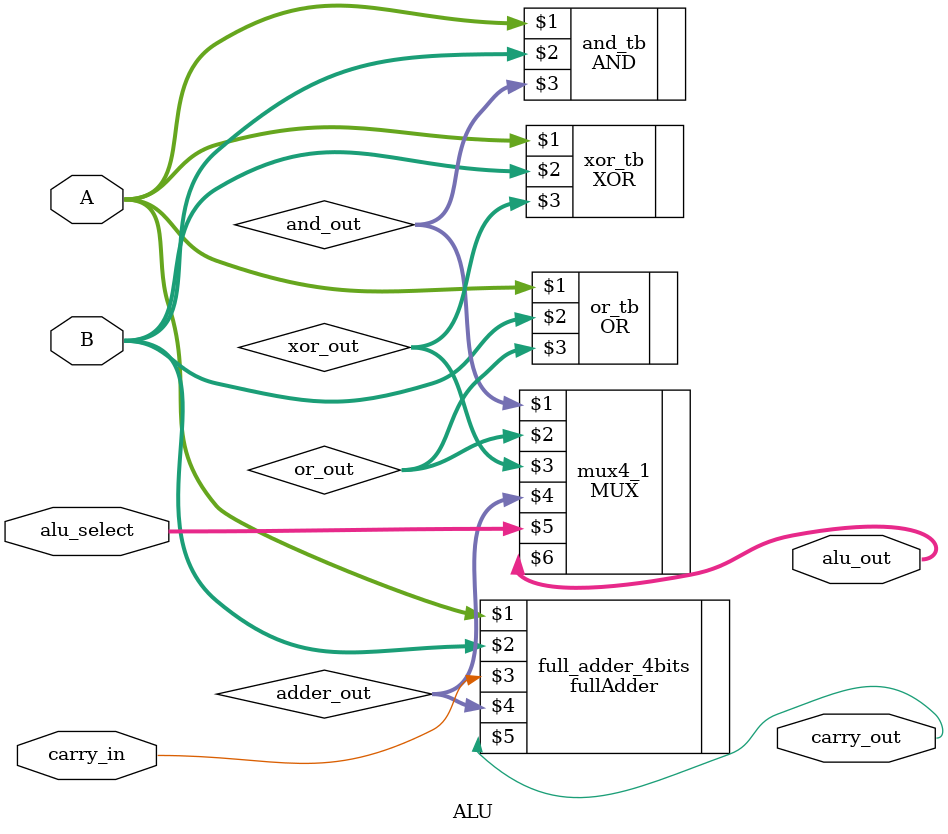
<source format=v>
`include "AND.v"
`include "OR.v"
`include "XOR.v"
`include "full_adder.v"
`include "MUX4x1.v"

module ALU(input [3:0] A, B, input [1:0]alu_select, input carry_in, output [3:0] alu_out, output carry_out);
   wire [3:0] and_out, or_out, xor_out, adder_out;

   //=================Modules Instanciations=================
   AND and_tb((A), (B), (and_out));
   OR or_tb((A), (B), (or_out));
   XOR xor_tb((A), (B), (xor_out));
   fullAdder full_adder_4bits((A), (B), (carry_in), (adder_out), (carry_out));
   MUX mux4_1(and_out, or_out, xor_out, adder_out, alu_select, alu_out);
   
   
endmodule

</source>
